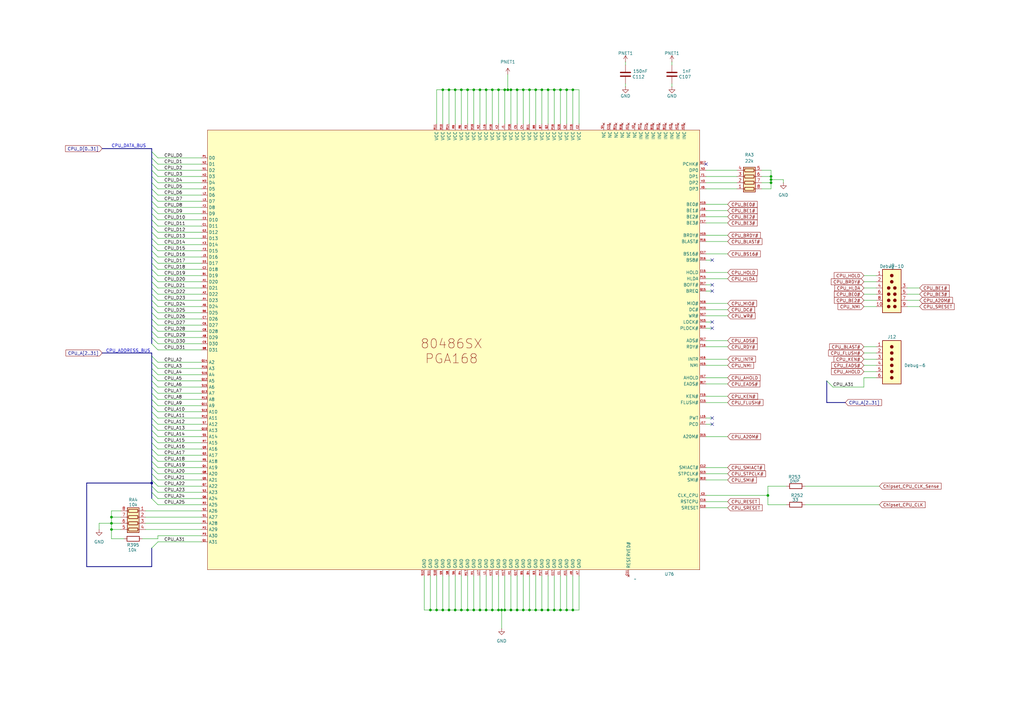
<source format=kicad_sch>
(kicad_sch (version 20250114) (generator "eeschema") (generator_version "9.0")
  (paper "A3")
  (title_block (title "PC110") (company "Recreated by: Ahmad Byagowi"))
  (lib_symbols
    (symbol "Device:C" (pin_numbers (hide yes)) (pin_names (offset 0.254))
      (property "Reference" "C" (at 0.635 2.54 0))
      (property "Value" "C" (at 0.635 -2.54 0))
      (symbol "C_0_1"
        (polyline (pts (xy -2.032 0.762) (xy 2.032 0.762)) (stroke (width 0.508)))
        (polyline (pts (xy -2.032 -0.762) (xy 2.032 -0.762)) (stroke (width 0.508)))
      )
      (symbol "C_1_1"
        (pin passive line (at 0 3.81 270) (length 2.794) (name "~") (number "1"))
        (pin passive line (at 0 -3.81 90) (length 2.794) (name "~") (number "2"))
      )
    )
    (symbol "Device:R" (pin_numbers (hide yes)) (pin_names (offset 0))
      (property "Reference" "R" (at 2.032 0 90))
      (property "Value" "R" (at 0 0 90))
      (symbol "R_0_1"
        (rectangle (start -1.016 -2.54) (end 1.016 2.54) (stroke (width 0.254)))
      )
      (symbol "R_1_1"
        (pin passive line (at 0 3.81 270) (length 1.27) (name "~") (number "1"))
        (pin passive line (at 0 -3.81 90) (length 1.27) (name "~") (number "2"))
      )
    )
    (symbol "Device:R_Pack04" (pin_names (offset 0) (hide yes))
      (property "Reference" "RN" (at -7.62 0 90))
      (property "Value" "R_Pack04" (at 5.08 0 90))
      (symbol "R_Pack04_0_1"
        (rectangle (start -6.35 -2.413) (end 3.81 2.413) (stroke (width 0.254)) (fill (type background)))
        (rectangle (start -5.715 1.905) (end -4.445 -1.905) (stroke (width 0.254)))
        (polyline (pts (xy -5.08 1.905) (xy -5.08 2.54)))
        (polyline (pts (xy -5.08 -2.54) (xy -5.08 -1.905)))
        (rectangle (start -3.175 1.905) (end -1.905 -1.905) (stroke (width 0.254)))
        (polyline (pts (xy -2.54 1.905) (xy -2.54 2.54)))
        (polyline (pts (xy -2.54 -2.54) (xy -2.54 -1.905)))
        (rectangle (start -0.635 1.905) (end 0.635 -1.905) (stroke (width 0.254)))
        (polyline (pts (xy 0 1.905) (xy 0 2.54)))
        (polyline (pts (xy 0 -2.54) (xy 0 -1.905)))
        (rectangle (start 1.905 1.905) (end 3.175 -1.905) (stroke (width 0.254)))
        (polyline (pts (xy 2.54 1.905) (xy 2.54 2.54)))
        (polyline (pts (xy 2.54 -2.54) (xy 2.54 -1.905)))
      )
      (symbol "R_Pack04_1_1"
        (pin passive line (at -5.08 5.08 270) (length 2.54) (name "R1.2") (number "8"))
        (pin passive line (at -5.08 -5.08 90) (length 2.54) (name "R1.1") (number "1"))
        (pin passive line (at -2.54 5.08 270) (length 2.54) (name "R2.2") (number "7"))
        (pin passive line (at -2.54 -5.08 90) (length 2.54) (name "R2.1") (number "2"))
        (pin passive line (at 0 5.08 270) (length 2.54) (name "R3.2") (number "6"))
        (pin passive line (at 0 -5.08 90) (length 2.54) (name "R3.1") (number "3"))
        (pin passive line (at 2.54 5.08 270) (length 2.54) (name "R4.2") (number "5"))
        (pin passive line (at 2.54 -5.08 90) (length 2.54) (name "R4.1") (number "4"))
      )
    )
    (symbol "PC110:80486SX-PGA"
      (property "Reference" "U" (at 98.298 91.44 0))
      (symbol "80486SX-PGA_1_1"
        (rectangle (start -100.33 90.17) (end 101.6 -90.17) (fill (type color) (color 255 255 194 1)))
        (text "80486SX\nPGA168" (at -0.254 -0.508 0) (effects (font (size 3.81 3.81))))
        (pin bidirectional line (at -102.87 78.74 0) (length 2.54) (name "D0") (number "P1"))
        (pin bidirectional line (at -102.87 76.2 0) (length 2.54) (name "D1") (number "N2"))
        (pin bidirectional line (at -102.87 73.66 0) (length 2.54) (name "D2") (number "N1"))
        (pin bidirectional line (at -102.87 71.12 0) (length 2.54) (name "D3") (number "H2"))
        (pin bidirectional line (at -102.87 68.58 0) (length 2.54) (name "D4") (number "M3"))
        (pin bidirectional line (at -102.87 66.04 0) (length 2.54) (name "D5") (number "J2"))
        (pin bidirectional line (at -102.87 63.5 0) (length 2.54) (name "D6") (number "L2"))
        (pin bidirectional line (at -102.87 60.96 0) (length 2.54) (name "D7") (number "L3"))
        (pin bidirectional line (at -102.87 58.42 0) (length 2.54) (name "D8") (number "F2"))
        (pin bidirectional line (at -102.87 55.88 0) (length 2.54) (name "D9") (number "D1"))
        (pin bidirectional line (at -102.87 53.34 0) (length 2.54) (name "D10") (number "E3"))
        (pin bidirectional line (at -102.87 50.8 0) (length 2.54) (name "D11") (number "C1"))
        (pin bidirectional line (at -102.87 48.26 0) (length 2.54) (name "D12") (number "G3"))
        (pin bidirectional line (at -102.87 45.72 0) (length 2.54) (name "D13") (number "D2"))
        (pin bidirectional line (at -102.87 43.18 0) (length 2.54) (name "D14") (number "K3"))
        (pin bidirectional line (at -102.87 40.64 0) (length 2.54) (name "D15") (number "F3"))
        (pin bidirectional line (at -102.87 38.1 0) (length 2.54) (name "D16") (number "J3"))
        (pin bidirectional line (at -102.87 35.56 0) (length 2.54) (name "D17") (number "D3"))
        (pin bidirectional line (at -102.87 33.02 0) (length 2.54) (name "D18") (number "C2"))
        (pin bidirectional line (at -102.87 30.48 0) (length 2.54) (name "D19") (number "B1"))
        (pin bidirectional line (at -102.87 27.94 0) (length 2.54) (name "D20") (number "A1"))
        (pin bidirectional line (at -102.87 25.4 0) (length 2.54) (name "D21") (number "B2"))
        (pin bidirectional line (at -102.87 22.86 0) (length 2.54) (name "D22") (number "A2"))
        (pin bidirectional line (at -102.87 20.32 0) (length 2.54) (name "D23") (number "A4"))
        (pin bidirectional line (at -102.87 17.78 0) (length 2.54) (name "D24") (number "A6"))
        (pin bidirectional line (at -102.87 15.24 0) (length 2.54) (name "D25") (number "B6"))
        (pin bidirectional line (at -102.87 12.7 0) (length 2.54) (name "D26") (number "C7"))
        (pin bidirectional line (at -102.87 10.16 0) (length 2.54) (name "D27") (number "C6"))
        (pin bidirectional line (at -102.87 7.62 0) (length 2.54) (name "D28") (number "C8"))
        (pin bidirectional line (at -102.87 5.08 0) (length 2.54) (name "D29") (number "A8"))
        (pin bidirectional line (at -102.87 2.54 0) (length 2.54) (name "D30") (number "C9"))
        (pin bidirectional line (at -102.87 0 0) (length 2.54) (name "D31") (number "B8"))
        (pin bidirectional line (at -102.87 -5.08 0) (length 2.54) (name "A2") (number "Q14"))
        (pin bidirectional line (at -102.87 -7.62 0) (length 2.54) (name "A3") (number "R15"))
        (pin bidirectional line (at -102.87 -10.16 0) (length 2.54) (name "A4") (number "S16"))
        (pin bidirectional line (at -102.87 -12.7 0) (length 2.54) (name "A5") (number "Q12"))
        (pin bidirectional line (at -102.87 -15.24 0) (length 2.54) (name "A6") (number "S15"))
        (pin bidirectional line (at -102.87 -17.78 0) (length 2.54) (name "A7") (number "Q13"))
        (pin bidirectional line (at -102.87 -20.32 0) (length 2.54) (name "A8") (number "R13"))
        (pin bidirectional line (at -102.87 -22.86 0) (length 2.54) (name "A9") (number "Q11"))
        (pin bidirectional line (at -102.87 -25.4 0) (length 2.54) (name "A10") (number "S13"))
        (pin bidirectional line (at -102.87 -27.94 0) (length 2.54) (name "A11") (number "R12"))
        (pin bidirectional line (at -102.87 -30.48 0) (length 2.54) (name "A12") (number "S7"))
        (pin bidirectional line (at -102.87 -33.02 0) (length 2.54) (name "A13") (number "Q10"))
        (pin bidirectional line (at -102.87 -35.56 0) (length 2.54) (name "A14") (number "S5"))
        (pin bidirectional line (at -102.87 -38.1 0) (length 2.54) (name "A15") (number "R7"))
        (pin bidirectional line (at -102.87 -40.64 0) (length 2.54) (name "A16") (number "Q9"))
        (pin bidirectional line (at -102.87 -43.18 0) (length 2.54) (name "A17") (number "Q3"))
        (pin bidirectional line (at -102.87 -45.72 0) (length 2.54) (name "A18") (number "R5"))
        (pin bidirectional line (at -102.87 -48.26 0) (length 2.54) (name "A19") (number "Q4"))
        (pin bidirectional line (at -102.87 -50.8 0) (length 2.54) (name "A20") (number "Q8"))
        (pin bidirectional line (at -102.87 -53.34 0) (length 2.54) (name "A21") (number "Q5"))
        (pin bidirectional line (at -102.87 -55.88 0) (length 2.54) (name "A22") (number "Q7"))
        (pin bidirectional line (at -102.87 -58.42 0) (length 2.54) (name "A23") (number "S3"))
        (pin bidirectional line (at -102.87 -60.96 0) (length 2.54) (name "A24") (number "Q6"))
        (pin bidirectional line (at -102.87 -63.5 0) (length 2.54) (name "A25") (number "R2"))
        (pin bidirectional line (at -102.87 -66.04 0) (length 2.54) (name "A26") (number "S2"))
        (pin bidirectional line (at -102.87 -68.58 0) (length 2.54) (name "A27") (number "S1"))
        (pin bidirectional line (at -102.87 -71.12 0) (length 2.54) (name "A28") (number "R1"))
        (pin bidirectional line (at -102.87 -73.66 0) (length 2.54) (name "A29") (number "P2"))
        (pin bidirectional line (at -102.87 -76.2 0) (length 2.54) (name "A30") (number "P3"))
        (pin bidirectional line (at -102.87 -78.74 0) (length 2.54) (name "A31") (number "Q1"))
        (pin power_in line (at -11.43 -92.71 90) (length 2.54) (name "GND") (number "S12"))
        (pin power_in line (at -8.89 -92.71 90) (length 2.54) (name "GND") (number "S11"))
        (pin power_in line (at -6.35 92.71 270) (length 2.54) (name "VCC") (number "R11"))
        (pin power_in line (at -6.35 -92.71 90) (length 2.54) (name "GND") (number "S10"))
        (pin power_in line (at -3.81 92.71 270) (length 2.54) (name "VCC") (number "R10"))
        (pin power_in line (at -3.81 -92.71 90) (length 2.54) (name "GND") (number "S9"))
        (pin power_in line (at -1.27 92.71 270) (length 2.54) (name "VCC") (number "R14"))
        (pin power_in line (at -1.27 -92.71 90) (length 2.54) (name "GND") (number "S8"))
        (pin power_in line (at 1.27 92.71 270) (length 2.54) (name "VCC") (number "R9"))
        (pin power_in line (at 1.27 -92.71 90) (length 2.54) (name "GND") (number "S6"))
        (pin power_in line (at 3.81 92.71 270) (length 2.54) (name "VCC") (number "R6"))
        (pin power_in line (at 3.81 -92.71 90) (length 2.54) (name "GND") (number "R4"))
        (pin power_in line (at 6.35 92.71 270) (length 2.54) (name "VCC") (number "R3"))
        (pin power_in line (at 6.35 -92.71 90) (length 2.54) (name "GND") (number "M17"))
        (pin power_in line (at 8.89 92.71 270) (length 2.54) (name "VCC") (number "M16"))
        (pin power_in line (at 8.89 -92.71 90) (length 2.54) (name "GND") (number "M1"))
        (pin power_in line (at 11.43 92.71 270) (length 2.54) (name "VCC") (number "M2"))
        (pin power_in line (at 11.43 -92.71 90) (length 2.54) (name "GND") (number "L17"))
        (pin power_in line (at 13.97 92.71 270) (length 2.54) (name "VCC") (number "L16"))
        (pin power_in line (at 13.97 -92.71 90) (length 2.54) (name "GND") (number "L1"))
        (pin power_in line (at 16.51 92.71 270) (length 2.54) (name "VCC") (number "K16"))
        (pin power_in line (at 16.51 -92.71 90) (length 2.54) (name "GND") (number "K17"))
        (pin power_in line (at 19.05 92.71 270) (length 2.54) (name "VCC") (number "K2"))
        (pin power_in line (at 19.05 -92.71 90) (length 2.54) (name "GND") (number "K1"))
        (pin power_in line (at 21.59 92.71 270) (length 2.54) (name "VCC") (number "J1"))
        (pin power_in line (at 21.59 -92.71 90) (length 2.54) (name "GND") (number "H17"))
        (pin power_in line (at 24.13 92.71 270) (length 2.54) (name "VCC") (number "H16"))
        (pin power_in line (at 24.13 -92.71 90) (length 2.54) (name "GND") (number "H1"))
        (pin power_in line (at 26.67 92.71 270) (length 2.54) (name "VCC") (number "C5"))
        (pin power_in line (at 26.67 -92.71 90) (length 2.54) (name "GND") (number "G17"))
        (pin power_in line (at 29.21 92.71 270) (length 2.54) (name "VCC") (number "C4"))
        (pin power_in line (at 29.21 -92.71 90) (length 2.54) (name "GND") (number "B5"))
        (pin power_in line (at 31.75 92.71 270) (length 2.54) (name "VCC") (number "B11"))
        (pin power_in line (at 31.75 -92.71 90) (length 2.54) (name "GND") (number "B4"))
        (pin power_in line (at 34.29 92.71 270) (length 2.54) (name "VCC") (number "B9"))
        (pin power_in line (at 34.29 -92.71 90) (length 2.54) (name "GND") (number "B3"))
        (pin power_in line (at 36.83 92.71 270) (length 2.54) (name "VCC") (number "B7"))
        (pin power_in line (at 36.83 -92.71 90) (length 2.54) (name "GND") (number "P17"))
        (pin power_in line (at 39.37 92.71 270) (length 2.54) (name "VCC") (number "Q2"))
        (pin power_in line (at 39.37 -92.71 90) (length 2.54) (name "GND") (number "G1"))
        (pin power_in line (at 41.91 92.71 270) (length 2.54) (name "VCC") (number "P16"))
        (pin power_in line (at 41.91 -92.71 90) (length 2.54) (name "GND") (number "E17"))
        (pin power_in line (at 44.45 92.71 270) (length 2.54) (name "VCC") (number "G16"))
        (pin power_in line (at 44.45 -92.71 90) (length 2.54) (name "GND") (number "E1"))
        (pin power_in line (at 46.99 92.71 270) (length 2.54) (name "VCC") (number "G2"))
        (pin power_in line (at 46.99 -92.71 90) (length 2.54) (name "GND") (number "A11"))
        (pin power_in line (at 49.53 92.71 270) (length 2.54) (name "VCC") (number "E16"))
        (pin power_in line (at 49.53 -92.71 90) (length 2.54) (name "GND") (number "A9"))
        (pin power_in line (at 52.07 92.71 270) (length 2.54) (name "VCC") (number "E2"))
        (pin power_in line (at 52.07 -92.71 90) (length 2.54) (name "GND") (number "A7"))
        (pin no_connect line (at 62.23 92.71 270) (length 2.54) (name "NC") (number "S4"))
        (pin no_connect line (at 64.77 92.71 270) (length 2.54) (name "NC") (number "C13"))
        (pin no_connect line (at 67.31 92.71 270) (length 2.54) (name "NC") (number "B14"))
        (pin no_connect line (at 69.85 92.71 270) (length 2.54) (name "NC") (number "B16"))
        (pin no_connect line (at 72.39 92.71 270) (length 2.54) (name "NC") (number "A14"))
        (pin no_connect line (at 72.39 -92.71 90) (length 2.54) (name "RESERVED#") (number "C11"))
        (pin no_connect line (at 74.93 92.71 270) (length 2.54) (name "NC") (number "A3"))
        (pin no_connect line (at 77.47 92.71 270) (length 2.54) (name "INC") (number "R17"))
        (pin no_connect line (at 80.01 92.71 270) (length 2.54) (name "INC") (number "C14"))
        (pin no_connect line (at 82.55 92.71 270) (length 2.54) (name "INC") (number "B15"))
        (pin no_connect line (at 85.09 92.71 270) (length 2.54) (name "INC") (number "B13"))
        (pin no_connect line (at 87.63 92.71 270) (length 2.54) (name "INC") (number "B12"))
        (pin no_connect line (at 90.17 92.71 270) (length 2.54) (name "INC") (number "A13"))
        (pin no_connect line (at 92.71 92.71 270) (length 2.54) (name "INC") (number "A12"))
        (pin no_connect line (at 95.25 92.71 270) (length 2.54) (name "INC") (number "A10"))
        (pin output line (at 104.14 76.2 180) (length 2.54) (name "PCHK#") (number "Q17"))
        (pin bidirectional line (at 104.14 73.66 180) (length 2.54) (name "DP0") (number "N3"))
        (pin bidirectional line (at 104.14 71.12 180) (length 2.54) (name "DP1") (number "F1"))
        (pin bidirectional line (at 104.14 68.58 180) (length 2.54) (name "DP2") (number "H3"))
        (pin bidirectional line (at 104.14 66.04 180) (length 2.54) (name "DP3") (number "A5"))
        (pin output line (at 104.14 59.69 180) (length 2.54) (name "BE0#") (number "K15"))
        (pin output line (at 104.14 57.15 180) (length 2.54) (name "BE1#") (number "J16"))
        (pin output line (at 104.14 54.61 180) (length 2.54) (name "BE2#") (number "J15"))
        (pin output line (at 104.14 52.07 180) (length 2.54) (name "BE3#") (number "F17"))
        (pin input line (at 104.14 46.99 180) (length 2.54) (name "BRDY#") (number "H15"))
        (pin output line (at 104.14 44.45 180) (length 2.54) (name "BLAST#") (number "R16"))
        (pin input line (at 104.14 39.37 180) (length 2.54) (name "BS16#") (number "C17"))
        (pin input line (at 104.14 36.83 180) (length 2.54) (name "BS8#") (number "D16"))
        (pin input line (at 104.14 31.75 180) (length 2.54) (name "HOLD") (number "E15"))
        (pin output line (at 104.14 29.21 180) (length 2.54) (name "HLDA") (number "P15"))
        (pin input line (at 104.14 26.67 180) (length 2.54) (name "BOFF#") (number "D17"))
        (pin output line (at 104.14 24.13 180) (length 2.54) (name "BREQ") (number "Q15"))
        (pin output line (at 104.14 19.05 180) (length 2.54) (name "MIO#") (number "N16"))
        (pin output line (at 104.14 16.51 180) (length 2.54) (name "DC#") (number "M15"))
        (pin output line (at 104.14 13.97 180) (length 2.54) (name "WR#") (number "N17"))
        (pin output line (at 104.14 11.43 180) (length 2.54) (name "LOCK#") (number "N15"))
        (pin output line (at 104.14 8.89 180) (length 2.54) (name "PLOCK#") (number "Q16"))
        (pin output line (at 104.14 3.81 180) (length 2.54) (name "ADS#") (number "S17"))
        (pin input line (at 104.14 1.27 180) (length 2.54) (name "RDY#") (number "F16"))
        (pin input line (at 104.14 -3.81 180) (length 2.54) (name "INTR") (number "A16"))
        (pin input line (at 104.14 -6.35 180) (length 2.54) (name "NMI") (number "A15"))
        (pin input line (at 104.14 -11.43 180) (length 2.54) (name "AHOLD") (number "A17"))
        (pin input line (at 104.14 -13.97 180) (length 2.54) (name "EADS#") (number "B17"))
        (pin input line (at 104.14 -19.05 180) (length 2.54) (name "KEN#") (number "F15"))
        (pin input line (at 104.14 -21.59 180) (length 2.54) (name "FLUSH#") (number "C15"))
        (pin output line (at 104.14 -27.94 180) (length 2.54) (name "PWT") (number "L15"))
        (pin output line (at 104.14 -30.48 180) (length 2.54) (name "PCD") (number "J17"))
        (pin input line (at 104.14 -35.56 180) (length 2.54) (name "A20M#") (number "D15"))
        (pin output line (at 104.14 -48.26 180) (length 2.54) (name "SMIACT#") (number "C12"))
        (pin input line (at 104.14 -50.8 180) (length 2.54) (name "STPCLK#") (number "G15"))
        (pin input line (at 104.14 -53.34 180) (length 2.54) (name "SMI#") (number "B10"))
        (pin input line (at 104.14 -59.69 180) (length 2.54) (name "CLK_CPU") (number "C3"))
        (pin input line (at 104.14 -62.23 180) (length 2.54) (name "RSTCPU") (number "C16"))
        (pin input line (at 104.14 -64.77 180) (length 2.54) (name "SRESET") (number "C10"))
      )
    )
    (symbol "PC110:CPU_Debug10"
      (property "Reference" "J" (at -1.778 9.906 0))
      (symbol "CPU_Debug10_1_1"
        (rectangle (start -3.81 8.89) (end 3.81 -8.89) (stroke (width 0.254)) (fill (type background)))
        (circle (center -1.27 1.27) (radius 0.635) (fill (type outline)))
        (circle (center -1.27 -1.27) (radius 0.635) (fill (type outline)))
        (circle (center -1.27 -3.81) (radius 0.635) (fill (type outline)))
        (circle (center -1.27 -6.35) (radius 0.635) (fill (type outline)))
        (circle (center 0 6.35) (radius 0.635) (fill (type outline)))
        (circle (center 0 3.81) (radius 0.635) (fill (type outline)))
        (circle (center 1.27 1.27) (radius 0.635) (fill (type outline)))
        (circle (center 1.27 -1.27) (radius 0.635) (fill (type outline)))
        (circle (center 1.27 -3.81) (radius 0.635) (fill (type outline)))
        (circle (center 1.27 -6.35) (radius 0.635) (fill (type outline)))
        (pin passive line (at -6.35 6.35 0) (length 2.54) (name "~") (number "1"))
        (pin passive line (at -6.35 3.81 0) (length 2.54) (name "~") (number "2"))
        (pin passive line (at -6.35 1.27 0) (length 2.54) (name "~") (number "4"))
        (pin passive line (at -6.35 -1.27 0) (length 2.54) (name "~") (number "6"))
        (pin passive line (at -6.35 -3.81 0) (length 2.54) (name "~") (number "8"))
        (pin passive line (at -6.35 -6.35 0) (length 2.54) (name "~") (number "10"))
        (pin passive line (at 6.35 1.27 180) (length 2.54) (name "~") (number "3"))
        (pin passive line (at 6.35 -1.27 180) (length 2.54) (name "~") (number "5"))
        (pin passive line (at 6.35 -3.81 180) (length 2.54) (name "~") (number "7"))
        (pin passive line (at 6.35 -6.35 180) (length 2.54) (name "~") (number "9"))
      )
    )
    (symbol "PC110:CPU_Debug6"
      (property "Reference" "J" (at -1.016 10.414 0))
      (symbol "CPU_Debug6_1_1"
        (rectangle (start -3.81 8.89) (end 3.81 -8.89) (stroke (width 0.254)) (fill (type background)))
        (circle (center 0 6.35) (radius 0.635) (fill (type outline)))
        (circle (center 0 3.81) (radius 0.635) (fill (type outline)))
        (circle (center 0 1.27) (radius 0.635) (fill (type outline)))
        (circle (center 0 -1.27) (radius 0.635) (fill (type outline)))
        (circle (center 0 -3.81) (radius 0.635) (fill (type outline)))
        (circle (center 0 -6.35) (radius 0.635) (fill (type outline)))
        (pin passive line (at -6.35 6.35 0) (length 2.54) (name "~") (number "1"))
        (pin passive line (at -6.35 3.81 0) (length 2.54) (name "~") (number "2"))
        (pin passive line (at -6.35 1.27 0) (length 2.54) (name "~") (number "3"))
        (pin passive line (at -6.35 -1.27 0) (length 2.54) (name "~") (number "4"))
        (pin passive line (at -6.35 -3.81 0) (length 2.54) (name "~") (number "5"))
        (pin passive line (at -6.35 -6.35 0) (length 2.54) (name "~") (number "6"))
      )
    )
    (symbol "power:GND" (power) (pin_numbers (hide yes)) (pin_names (offset 0) (hide yes))
      (property "Value" "GND" (at 0 -3.81 0))
      (symbol "GND_0_1"
        (polyline (pts (xy 0 0) (xy 0 -1.27) (xy 1.27 -1.27) (xy 0 -2.54) (xy -1.27 -1.27) (xy 0 -1.27)))
      )
      (symbol "GND_1_1"
        (pin power_in line (at 0 0 270) (length 0) (name "~") (number "1"))
      )
    )
    (symbol "power:VCC" (power) (pin_numbers (hide yes)) (pin_names (offset 0) (hide yes))
      (property "Value" "VCC" (at 0 3.556 0))
      (symbol "VCC_0_1"
        (polyline (pts (xy -0.762 1.27) (xy 0 2.54)))
        (polyline (pts (xy 0 2.54) (xy 0.762 1.27)))
        (polyline (pts (xy 0 0) (xy 0 2.54)))
      )
      (symbol "VCC_1_1"
        (pin power_in line (at 0 0 90) (length 0) (name "~") (number "1"))
      )
    )
  )
  (text "CPU_ADDRESS_BUS" (at 52.578 144.018 0) (effects (font (size 1.27 1.27))))
  (text "CPU_DATA_BUS" (at 52.832 59.944 0) (effects (font (size 1.27 1.27))))
  (junction (at 316.23 74.93))
  (junction (at 207.01 36.83))
  (junction (at 208.28 36.83))
  (junction (at 62.23 198.12))
  (junction (at 199.39 36.83))
  (junction (at 209.55 36.83))
  (junction (at 45.72 217.17))
  (junction (at 209.55 250.19))
  (junction (at 316.23 73.66))
  (junction (at 316.23 72.39))
  (junction (at 214.63 36.83))
  (junction (at 212.09 36.83))
  (junction (at 191.77 250.19))
  (junction (at 205.74 250.19))
  (junction (at 222.25 250.19))
  (junction (at 229.87 36.83))
  (junction (at 189.23 36.83))
  (junction (at 232.41 36.83))
  (junction (at 227.33 36.83))
  (junction (at 176.53 250.19))
  (junction (at 229.87 250.19))
  (junction (at 186.69 36.83))
  (junction (at 222.25 36.83))
  (junction (at 181.61 250.19))
  (junction (at 181.61 36.83))
  (junction (at 199.39 250.19))
  (junction (at 224.79 250.19))
  (junction (at 204.47 36.83))
  (junction (at 45.72 214.63))
  (junction (at 314.96 203.2))
  (junction (at 217.17 36.83))
  (junction (at 196.85 36.83))
  (junction (at 207.01 250.19))
  (junction (at 224.79 36.83))
  (junction (at 194.31 36.83))
  (junction (at 45.72 212.09))
  (junction (at 201.93 36.83))
  (junction (at 227.33 250.19))
  (junction (at 212.09 250.19))
  (junction (at 219.71 36.83))
  (junction (at 219.71 250.19))
  (junction (at 201.93 250.19))
  (junction (at 214.63 250.19))
  (junction (at 191.77 36.83))
  (junction (at 194.31 250.19))
  (junction (at 184.15 250.19))
  (junction (at 179.07 250.19))
  (junction (at 204.47 250.19))
  (junction (at 234.95 250.19))
  (junction (at 196.85 250.19))
  (junction (at 234.95 36.83))
  (junction (at 189.23 250.19))
  (junction (at 232.41 250.19))
  (junction (at 217.17 250.19))
  (junction (at 186.69 250.19))
  (junction (at 184.15 36.83))
  (no_connect (at 289.56 67.31))
  (no_connect (at 292.1 134.62))
  (no_connect (at 292.1 106.68))
  (no_connect (at 292.1 116.84))
  (no_connect (at 292.1 119.38))
  (no_connect (at 292.1 132.08))
  (no_connect (at 292.1 173.99))
  (no_connect (at 292.1 171.45))
  (bus_entry (at 62.23 97.79) (size 2.54 2.54))
  (bus_entry (at 62.23 186.69) (size 2.54 2.54))
  (bus_entry (at 62.23 82.55) (size 2.54 2.54))
  (bus_entry (at 62.23 77.47) (size 2.54 2.54))
  (bus_entry (at 62.23 194.31) (size 2.54 2.54))
  (bus_entry (at 62.23 95.25) (size 2.54 2.54))
  (bus_entry (at 62.23 90.17) (size 2.54 2.54))
  (bus_entry (at 62.23 125.73) (size 2.54 2.54))
  (bus_entry (at 62.23 173.99) (size 2.54 2.54))
  (bus_entry (at 62.23 176.53) (size 2.54 2.54))
  (bus_entry (at 62.23 87.63) (size 2.54 2.54))
  (bus_entry (at 62.23 204.47) (size 2.54 2.54))
  (bus_entry (at 62.23 107.95) (size 2.54 2.54))
  (bus_entry (at 62.23 92.71) (size 2.54 2.54))
  (bus_entry (at 62.23 148.59) (size 2.54 2.54))
  (bus_entry (at 62.23 80.01) (size 2.54 2.54))
  (bus_entry (at 62.23 123.19) (size 2.54 2.54))
  (bus_entry (at 62.23 69.85) (size 2.54 2.54))
  (bus_entry (at 62.23 115.57) (size 2.54 2.54))
  (bus_entry (at 62.23 102.87) (size 2.54 2.54))
  (bus_entry (at 62.23 153.67) (size 2.54 2.54))
  (bus_entry (at 62.23 196.85) (size 2.54 2.54))
  (bus_entry (at 62.23 105.41) (size 2.54 2.54))
  (bus_entry (at 62.23 168.91) (size 2.54 2.54))
  (bus_entry (at 62.23 100.33) (size 2.54 2.54))
  (bus_entry (at 62.23 199.39) (size 2.54 2.54))
  (bus_entry (at 62.23 120.65) (size 2.54 2.54))
  (bus_entry (at 62.23 67.31) (size 2.54 2.54))
  (bus_entry (at 62.23 74.93) (size 2.54 2.54))
  (bus_entry (at 62.23 62.23) (size 2.54 2.54))
  (bus_entry (at 62.23 133.35) (size 2.54 2.54))
  (bus_entry (at 62.23 128.27) (size 2.54 2.54))
  (bus_entry (at 339.09 156.21) (size 2.54 2.54))
  (bus_entry (at 62.23 163.83) (size 2.54 2.54))
  (bus_entry (at 62.23 156.21) (size 2.54 2.54))
  (bus_entry (at 62.23 85.09) (size 2.54 2.54))
  (bus_entry (at 62.23 189.23) (size 2.54 2.54))
  (bus_entry (at 62.23 113.03) (size 2.54 2.54))
  (bus_entry (at 62.23 181.61) (size 2.54 2.54))
  (bus_entry (at 62.23 161.29) (size 2.54 2.54))
  (bus_entry (at 62.23 191.77) (size 2.54 2.54))
  (bus_entry (at 62.23 135.89) (size 2.54 2.54))
  (bus_entry (at 62.23 171.45) (size 2.54 2.54))
  (bus_entry (at 62.23 166.37) (size 2.54 2.54))
  (bus_entry (at 62.23 201.93) (size 2.54 2.54))
  (bus_entry (at 62.23 138.43) (size 2.54 2.54))
  (bus_entry (at 62.23 146.05) (size 2.54 2.54))
  (bus_entry (at 62.23 72.39) (size 2.54 2.54))
  (bus_entry (at 62.23 151.13) (size 2.54 2.54))
  (bus_entry (at 62.23 184.15) (size 2.54 2.54))
  (bus_entry (at 62.23 130.81) (size 2.54 2.54))
  (bus_entry (at 62.23 224.79) (size 2.54 -2.54))
  (bus_entry (at 62.23 158.75) (size 2.54 2.54))
  (bus_entry (at 62.23 110.49) (size 2.54 2.54))
  (bus_entry (at 62.23 118.11) (size 2.54 2.54))
  (bus_entry (at 62.23 140.97) (size 2.54 2.54))
  (bus_entry (at 62.23 179.07) (size 2.54 2.54))
  (bus_entry (at 62.23 64.77) (size 2.54 2.54))
  (bus (pts (xy 62.23 102.87) (xy 62.23 100.33)))
  (wire (pts (xy 212.09 36.83) (xy 214.63 36.83)))
  (bus (pts (xy 62.23 171.45) (xy 62.23 168.91)))
  (wire (pts (xy 64.77 140.97) (xy 82.55 140.97)))
  (wire (pts (xy 64.77 72.39) (xy 82.55 72.39)))
  (wire (pts (xy 64.77 97.79) (xy 82.55 97.79)))
  (wire (pts (xy 289.56 191.77) (xy 298.45 191.77)))
  (wire (pts (xy 234.95 36.83) (xy 237.49 36.83)))
  (wire (pts (xy 212.09 250.19) (xy 214.63 250.19)))
  (wire (pts (xy 191.77 250.19) (xy 191.77 236.22)))
  (wire (pts (xy 289.56 149.86) (xy 298.45 149.86)))
  (bus (pts (xy 62.23 184.15) (xy 62.23 181.61)))
  (wire (pts (xy 199.39 250.19) (xy 199.39 236.22)))
  (wire (pts (xy 181.61 36.83) (xy 181.61 50.8)))
  (wire (pts (xy 64.77 74.93) (xy 82.55 74.93)))
  (bus (pts (xy 62.23 72.39) (xy 62.23 69.85)))
  (wire (pts (xy 224.79 250.19) (xy 227.33 250.19)))
  (wire (pts (xy 64.77 113.03) (xy 82.55 113.03)))
  (bus (pts (xy 62.23 113.03) (xy 62.23 110.49)))
  (wire (pts (xy 289.56 69.85) (xy 302.26 69.85)))
  (wire (pts (xy 341.63 158.75) (xy 354.33 158.75)))
  (wire (pts (xy 64.77 166.37) (xy 82.55 166.37)))
  (wire (pts (xy 227.33 250.19) (xy 229.87 250.19)))
  (wire (pts (xy 289.56 83.82) (xy 298.45 83.82)))
  (wire (pts (xy 50.8 220.98) (xy 45.72 220.98)))
  (wire (pts (xy 289.56 127) (xy 298.45 127)))
  (wire (pts (xy 176.53 250.19) (xy 176.53 236.22)))
  (wire (pts (xy 194.31 36.83) (xy 194.31 50.8)))
  (wire (pts (xy 289.56 96.52) (xy 298.45 96.52)))
  (wire (pts (xy 196.85 36.83) (xy 194.31 36.83)))
  (bus (pts (xy 62.23 82.55) (xy 62.23 80.01)))
  (wire (pts (xy 232.41 250.19) (xy 234.95 250.19)))
  (wire (pts (xy 354.33 123.19) (xy 359.41 123.19)))
  (wire (pts (xy 219.71 36.83) (xy 222.25 36.83)))
  (bus (pts (xy 62.23 110.49) (xy 62.23 107.95)))
  (wire (pts (xy 64.77 158.75) (xy 82.55 158.75)))
  (wire (pts (xy 275.59 35.56) (xy 275.59 34.29)))
  (wire (pts (xy 372.11 118.11) (xy 377.19 118.11)))
  (wire (pts (xy 316.23 69.85) (xy 312.42 69.85)))
  (wire (pts (xy 179.07 250.19) (xy 176.53 250.19)))
  (bus (pts (xy 62.23 125.73) (xy 62.23 123.19)))
  (bus (pts (xy 62.23 168.91) (xy 62.23 166.37)))
  (bus (pts (xy 62.23 196.85) (xy 62.23 194.31)))
  (wire (pts (xy 64.77 105.41) (xy 82.55 105.41)))
  (wire (pts (xy 289.56 129.54) (xy 298.45 129.54)))
  (bus (pts (xy 62.23 95.25) (xy 62.23 92.71)))
  (wire (pts (xy 237.49 36.83) (xy 237.49 50.8)))
  (wire (pts (xy 234.95 250.19) (xy 237.49 250.19)))
  (wire (pts (xy 207.01 250.19) (xy 209.55 250.19)))
  (wire (pts (xy 256.54 25.4) (xy 256.54 26.67)))
  (wire (pts (xy 64.77 95.25) (xy 82.55 95.25)))
  (bus (pts (xy 62.23 181.61) (xy 62.23 179.07)))
  (bus (pts (xy 41.91 60.96) (xy 62.23 60.96)))
  (wire (pts (xy 354.33 113.03) (xy 359.41 113.03)))
  (wire (pts (xy 312.42 77.47) (xy 316.23 77.47)))
  (wire (pts (xy 64.77 115.57) (xy 82.55 115.57)))
  (wire (pts (xy 58.42 220.98) (xy 64.77 220.98)))
  (wire (pts (xy 49.53 217.17) (xy 45.72 217.17)))
  (wire (pts (xy 354.33 142.24) (xy 359.41 142.24)))
  (wire (pts (xy 222.25 250.19) (xy 222.25 236.22)))
  (bus (pts (xy 62.23 189.23) (xy 62.23 186.69)))
  (wire (pts (xy 189.23 236.22) (xy 189.23 250.19)))
  (bus (pts (xy 62.23 69.85) (xy 62.23 67.31)))
  (wire (pts (xy 234.95 250.19) (xy 234.95 236.22)))
  (wire (pts (xy 186.69 50.8) (xy 186.69 36.83)))
  (wire (pts (xy 64.77 85.09) (xy 82.55 85.09)))
  (bus (pts (xy 62.23 151.13) (xy 62.23 148.59)))
  (wire (pts (xy 176.53 250.19) (xy 173.99 250.19)))
  (wire (pts (xy 354.33 154.94) (xy 359.41 154.94)))
  (wire (pts (xy 289.56 208.28) (xy 298.45 208.28)))
  (wire (pts (xy 64.77 173.99) (xy 82.55 173.99)))
  (bus (pts (xy 62.23 67.31) (xy 62.23 64.77)))
  (wire (pts (xy 217.17 36.83) (xy 217.17 50.8)))
  (wire (pts (xy 64.77 181.61) (xy 82.55 181.61)))
  (wire (pts (xy 64.77 107.95) (xy 82.55 107.95)))
  (wire (pts (xy 189.23 250.19) (xy 186.69 250.19)))
  (bus (pts (xy 35.56 198.12) (xy 62.23 198.12)))
  (bus (pts (xy 62.23 135.89) (xy 62.23 133.35)))
  (bus (pts (xy 62.23 204.47) (xy 62.23 201.93)))
  (wire (pts (xy 316.23 72.39) (xy 316.23 69.85)))
  (bus (pts (xy 62.23 128.27) (xy 62.23 125.73)))
  (wire (pts (xy 179.07 36.83) (xy 181.61 36.83)))
  (wire (pts (xy 289.56 106.68) (xy 292.1 106.68)))
  (wire (pts (xy 64.77 64.77) (xy 82.55 64.77)))
  (wire (pts (xy 184.15 36.83) (xy 186.69 36.83)))
  (wire (pts (xy 224.79 36.83) (xy 227.33 36.83)))
  (wire (pts (xy 64.77 92.71) (xy 82.55 92.71)))
  (wire (pts (xy 64.77 69.85) (xy 82.55 69.85)))
  (wire (pts (xy 45.72 212.09) (xy 45.72 209.55)))
  (wire (pts (xy 289.56 134.62) (xy 292.1 134.62)))
  (wire (pts (xy 64.77 171.45) (xy 82.55 171.45)))
  (wire (pts (xy 201.93 36.83) (xy 201.93 50.8)))
  (wire (pts (xy 64.77 100.33) (xy 82.55 100.33)))
  (wire (pts (xy 289.56 171.45) (xy 292.1 171.45)))
  (wire (pts (xy 219.71 250.19) (xy 219.71 236.22)))
  (wire (pts (xy 189.23 250.19) (xy 191.77 250.19)))
  (wire (pts (xy 184.15 36.83) (xy 181.61 36.83)))
  (wire (pts (xy 181.61 250.19) (xy 181.61 236.22)))
  (wire (pts (xy 64.77 133.35) (xy 82.55 133.35)))
  (wire (pts (xy 212.09 36.83) (xy 212.09 50.8)))
  (wire (pts (xy 289.56 203.2) (xy 314.96 203.2)))
  (wire (pts (xy 289.56 114.3) (xy 298.45 114.3)))
  (bus (pts (xy 62.23 118.11) (xy 62.23 115.57)))
  (wire (pts (xy 64.77 67.31) (xy 82.55 67.31)))
  (bus (pts (xy 62.23 138.43) (xy 62.23 135.89)))
  (wire (pts (xy 64.77 186.69) (xy 82.55 186.69)))
  (wire (pts (xy 289.56 77.47) (xy 302.26 77.47)))
  (bus (pts (xy 62.23 97.79) (xy 62.23 95.25)))
  (wire (pts (xy 212.09 236.22) (xy 212.09 250.19)))
  (wire (pts (xy 184.15 236.22) (xy 184.15 250.19)))
  (wire (pts (xy 289.56 88.9) (xy 298.45 88.9)))
  (wire (pts (xy 186.69 36.83) (xy 189.23 36.83)))
  (bus (pts (xy 62.23 133.35) (xy 62.23 130.81)))
  (wire (pts (xy 64.77 222.25) (xy 82.55 222.25)))
  (wire (pts (xy 372.11 123.19) (xy 377.19 123.19)))
  (wire (pts (xy 232.41 36.83) (xy 232.41 50.8)))
  (bus (pts (xy 62.23 74.93) (xy 62.23 72.39)))
  (wire (pts (xy 64.77 153.67) (xy 82.55 153.67)))
  (wire (pts (xy 179.07 36.83) (xy 179.07 50.8)))
  (wire (pts (xy 194.31 250.19) (xy 196.85 250.19)))
  (wire (pts (xy 64.77 128.27) (xy 82.55 128.27)))
  (wire (pts (xy 289.56 173.99) (xy 292.1 173.99)))
  (wire (pts (xy 64.77 87.63) (xy 82.55 87.63)))
  (wire (pts (xy 64.77 201.93) (xy 82.55 201.93)))
  (wire (pts (xy 229.87 250.19) (xy 229.87 236.22)))
  (bus (pts (xy 62.23 130.81) (xy 62.23 128.27)))
  (wire (pts (xy 224.79 250.19) (xy 224.79 236.22)))
  (wire (pts (xy 201.93 250.19) (xy 199.39 250.19)))
  (wire (pts (xy 312.42 74.93) (xy 316.23 74.93)))
  (wire (pts (xy 64.77 207.01) (xy 82.55 207.01)))
  (wire (pts (xy 214.63 250.19) (xy 217.17 250.19)))
  (wire (pts (xy 289.56 116.84) (xy 292.1 116.84)))
  (wire (pts (xy 209.55 36.83) (xy 212.09 36.83)))
  (wire (pts (xy 186.69 250.19) (xy 186.69 236.22)))
  (wire (pts (xy 40.64 214.63) (xy 45.72 214.63)))
  (bus (pts (xy 339.09 156.21) (xy 339.09 165.1)))
  (wire (pts (xy 354.33 158.75) (xy 354.33 154.94)))
  (wire (pts (xy 289.56 132.08) (xy 292.1 132.08)))
  (wire (pts (xy 217.17 236.22) (xy 217.17 250.19)))
  (wire (pts (xy 289.56 124.46) (xy 298.45 124.46)))
  (wire (pts (xy 64.77 90.17) (xy 82.55 90.17)))
  (wire (pts (xy 64.77 110.49) (xy 82.55 110.49)))
  (bus (pts (xy 62.23 92.71) (xy 62.23 90.17)))
  (wire (pts (xy 229.87 36.83) (xy 229.87 50.8)))
  (wire (pts (xy 222.25 36.83) (xy 224.79 36.83)))
  (wire (pts (xy 64.77 194.31) (xy 82.55 194.31)))
  (wire (pts (xy 189.23 36.83) (xy 189.23 50.8)))
  (bus (pts (xy 62.23 115.57) (xy 62.23 113.03)))
  (wire (pts (xy 330.2 207.01) (xy 360.68 207.01)))
  (wire (pts (xy 354.33 152.4) (xy 359.41 152.4)))
  (wire (pts (xy 64.77 118.11) (xy 82.55 118.11)))
  (wire (pts (xy 289.56 154.94) (xy 298.45 154.94)))
  (wire (pts (xy 64.77 135.89) (xy 82.55 135.89)))
  (wire (pts (xy 204.47 250.19) (xy 204.47 236.22)))
  (wire (pts (xy 199.39 36.83) (xy 196.85 36.83)))
  (wire (pts (xy 204.47 36.83) (xy 207.01 36.83)))
  (wire (pts (xy 64.77 123.19) (xy 82.55 123.19)))
  (wire (pts (xy 179.07 250.19) (xy 179.07 236.22)))
  (wire (pts (xy 316.23 73.66) (xy 316.23 72.39)))
  (bus (pts (xy 62.23 90.17) (xy 62.23 87.63)))
  (wire (pts (xy 64.77 189.23) (xy 82.55 189.23)))
  (wire (pts (xy 208.28 30.48) (xy 208.28 36.83)))
  (bus (pts (xy 62.23 123.19) (xy 62.23 120.65)))
  (bus (pts (xy 62.23 186.69) (xy 62.23 184.15)))
  (wire (pts (xy 64.77 148.59) (xy 82.55 148.59)))
  (bus (pts (xy 62.23 232.41) (xy 35.56 232.41)))
  (wire (pts (xy 191.77 50.8) (xy 191.77 36.83)))
  (wire (pts (xy 321.31 73.66) (xy 316.23 73.66)))
  (wire (pts (xy 229.87 250.19) (xy 232.41 250.19)))
  (bus (pts (xy 62.23 199.39) (xy 62.23 198.12)))
  (bus (pts (xy 339.09 165.1) (xy 346.71 165.1)))
  (bus (pts (xy 62.23 80.01) (xy 62.23 77.47)))
  (bus (pts (xy 62.23 166.37) (xy 62.23 163.83)))
  (bus (pts (xy 62.23 153.67) (xy 62.23 151.13)))
  (wire (pts (xy 354.33 118.11) (xy 359.41 118.11)))
  (wire (pts (xy 289.56 205.74) (xy 298.45 205.74)))
  (bus (pts (xy 62.23 176.53) (xy 62.23 173.99)))
  (bus (pts (xy 62.23 158.75) (xy 62.23 156.21)))
  (wire (pts (xy 49.53 214.63) (xy 45.72 214.63)))
  (wire (pts (xy 227.33 36.83) (xy 229.87 36.83)))
  (wire (pts (xy 354.33 120.65) (xy 359.41 120.65)))
  (wire (pts (xy 64.77 191.77) (xy 82.55 191.77)))
  (bus (pts (xy 62.23 173.99) (xy 62.23 171.45)))
  (wire (pts (xy 207.01 250.19) (xy 207.01 236.22)))
  (wire (pts (xy 209.55 36.83) (xy 209.55 50.8)))
  (wire (pts (xy 222.25 250.19) (xy 224.79 250.19)))
  (wire (pts (xy 275.59 25.4) (xy 275.59 26.67)))
  (wire (pts (xy 184.15 36.83) (xy 184.15 50.8)))
  (wire (pts (xy 229.87 36.83) (xy 232.41 36.83)))
  (bus (pts (xy 62.23 198.12) (xy 62.23 196.85)))
  (wire (pts (xy 64.77 196.85) (xy 82.55 196.85)))
  (bus (pts (xy 62.23 191.77) (xy 62.23 189.23)))
  (wire (pts (xy 214.63 36.83) (xy 217.17 36.83)))
  (wire (pts (xy 227.33 250.19) (xy 227.33 236.22)))
  (wire (pts (xy 59.69 209.55) (xy 82.55 209.55)))
  (wire (pts (xy 234.95 36.83) (xy 234.95 50.8)))
  (wire (pts (xy 64.77 156.21) (xy 82.55 156.21)))
  (bus (pts (xy 62.23 148.59) (xy 62.23 146.05)))
  (wire (pts (xy 354.33 144.78) (xy 359.41 144.78)))
  (wire (pts (xy 45.72 209.55) (xy 49.53 209.55)))
  (wire (pts (xy 64.77 151.13) (xy 82.55 151.13)))
  (wire (pts (xy 312.42 72.39) (xy 316.23 72.39)))
  (wire (pts (xy 59.69 214.63) (xy 82.55 214.63)))
  (wire (pts (xy 179.07 250.19) (xy 181.61 250.19)))
  (wire (pts (xy 64.77 184.15) (xy 82.55 184.15)))
  (bus (pts (xy 62.23 77.47) (xy 62.23 74.93)))
  (wire (pts (xy 289.56 74.93) (xy 302.26 74.93)))
  (wire (pts (xy 322.58 199.39) (xy 314.96 199.39)))
  (bus (pts (xy 62.23 161.29) (xy 62.23 158.75)))
  (wire (pts (xy 217.17 36.83) (xy 219.71 36.83)))
  (wire (pts (xy 289.56 142.24) (xy 298.45 142.24)))
  (wire (pts (xy 219.71 50.8) (xy 219.71 36.83)))
  (bus (pts (xy 62.23 100.33) (xy 62.23 97.79)))
  (bus (pts (xy 62.23 179.07) (xy 62.23 176.53)))
  (bus (pts (xy 62.23 85.09) (xy 62.23 82.55)))
  (wire (pts (xy 289.56 165.1) (xy 298.45 165.1)))
  (wire (pts (xy 330.2 199.39) (xy 360.68 199.39)))
  (wire (pts (xy 186.69 250.19) (xy 184.15 250.19)))
  (bus (pts (xy 62.23 224.79) (xy 62.23 232.41)))
  (wire (pts (xy 289.56 72.39) (xy 302.26 72.39)))
  (wire (pts (xy 45.72 220.98) (xy 45.72 217.17)))
  (wire (pts (xy 40.64 217.17) (xy 40.64 214.63)))
  (wire (pts (xy 289.56 194.31) (xy 298.45 194.31)))
  (wire (pts (xy 314.96 207.01) (xy 322.58 207.01)))
  (wire (pts (xy 204.47 36.83) (xy 204.47 50.8)))
  (wire (pts (xy 64.77 82.55) (xy 82.55 82.55)))
  (wire (pts (xy 289.56 196.85) (xy 298.45 196.85)))
  (wire (pts (xy 181.61 250.19) (xy 184.15 250.19)))
  (wire (pts (xy 199.39 250.19) (xy 196.85 250.19)))
  (wire (pts (xy 224.79 36.83) (xy 224.79 50.8)))
  (bus (pts (xy 62.23 146.05) (xy 62.23 144.78)))
  (wire (pts (xy 64.77 219.71) (xy 82.55 219.71)))
  (wire (pts (xy 191.77 36.83) (xy 189.23 36.83)))
  (wire (pts (xy 207.01 36.83) (xy 208.28 36.83)))
  (bus (pts (xy 62.23 105.41) (xy 62.23 102.87)))
  (wire (pts (xy 205.74 250.19) (xy 207.01 250.19)))
  (wire (pts (xy 59.69 217.17) (xy 82.55 217.17)))
  (bus (pts (xy 62.23 156.21) (xy 62.23 153.67)))
  (wire (pts (xy 45.72 212.09) (xy 45.72 214.63)))
  (wire (pts (xy 372.11 125.73) (xy 377.19 125.73)))
  (wire (pts (xy 289.56 104.14) (xy 298.45 104.14)))
  (wire (pts (xy 191.77 250.19) (xy 194.31 250.19)))
  (bus (pts (xy 41.91 144.78) (xy 62.23 144.78)))
  (bus (pts (xy 62.23 201.93) (xy 62.23 199.39)))
  (wire (pts (xy 64.77 143.51) (xy 82.55 143.51)))
  (wire (pts (xy 209.55 250.19) (xy 209.55 236.22)))
  (wire (pts (xy 64.77 80.01) (xy 82.55 80.01)))
  (wire (pts (xy 201.93 250.19) (xy 204.47 250.19)))
  (wire (pts (xy 289.56 99.06) (xy 298.45 99.06)))
  (wire (pts (xy 354.33 147.32) (xy 359.41 147.32)))
  (wire (pts (xy 289.56 119.38) (xy 292.1 119.38)))
  (wire (pts (xy 209.55 250.19) (xy 212.09 250.19)))
  (wire (pts (xy 199.39 36.83) (xy 201.93 36.83)))
  (wire (pts (xy 64.77 125.73) (xy 82.55 125.73)))
  (wire (pts (xy 196.85 250.19) (xy 196.85 236.22)))
  (wire (pts (xy 204.47 250.19) (xy 205.74 250.19)))
  (wire (pts (xy 314.96 199.39) (xy 314.96 203.2)))
  (wire (pts (xy 237.49 250.19) (xy 237.49 236.22)))
  (wire (pts (xy 227.33 36.83) (xy 227.33 50.8)))
  (wire (pts (xy 201.93 36.83) (xy 204.47 36.83)))
  (wire (pts (xy 173.99 250.19) (xy 173.99 236.22)))
  (wire (pts (xy 59.69 212.09) (xy 82.55 212.09)))
  (wire (pts (xy 316.23 77.47) (xy 316.23 74.93)))
  (wire (pts (xy 64.77 120.65) (xy 82.55 120.65)))
  (wire (pts (xy 194.31 250.19) (xy 194.31 236.22)))
  (wire (pts (xy 208.28 36.83) (xy 209.55 36.83)))
  (wire (pts (xy 321.31 74.93) (xy 321.31 73.66)))
  (wire (pts (xy 289.56 91.44) (xy 298.45 91.44)))
  (wire (pts (xy 201.93 250.19) (xy 201.93 236.22)))
  (wire (pts (xy 289.56 162.56) (xy 298.45 162.56)))
  (wire (pts (xy 289.56 157.48) (xy 298.45 157.48)))
  (wire (pts (xy 232.41 36.83) (xy 234.95 36.83)))
  (wire (pts (xy 214.63 50.8) (xy 214.63 36.83)))
  (wire (pts (xy 354.33 149.86) (xy 359.41 149.86)))
  (wire (pts (xy 222.25 36.83) (xy 222.25 50.8)))
  (wire (pts (xy 64.77 77.47) (xy 82.55 77.47)))
  (wire (pts (xy 205.74 250.19) (xy 205.74 257.81)))
  (wire (pts (xy 219.71 250.19) (xy 222.25 250.19)))
  (wire (pts (xy 64.77 168.91) (xy 82.55 168.91)))
  (wire (pts (xy 194.31 36.83) (xy 191.77 36.83)))
  (wire (pts (xy 64.77 204.47) (xy 82.55 204.47)))
  (bus (pts (xy 62.23 87.63) (xy 62.23 85.09)))
  (wire (pts (xy 372.11 120.65) (xy 377.19 120.65)))
  (wire (pts (xy 214.63 250.19) (xy 214.63 236.22)))
  (bus (pts (xy 62.23 60.96) (xy 62.23 62.23)))
  (wire (pts (xy 217.17 250.19) (xy 219.71 250.19)))
  (wire (pts (xy 64.77 220.98) (xy 64.77 219.71)))
  (bus (pts (xy 62.23 107.95) (xy 62.23 105.41)))
  (wire (pts (xy 289.56 86.36) (xy 298.45 86.36)))
  (wire (pts (xy 64.77 199.39) (xy 82.55 199.39)))
  (wire (pts (xy 256.54 35.56) (xy 256.54 34.29)))
  (wire (pts (xy 64.77 163.83) (xy 82.55 163.83)))
  (bus (pts (xy 62.23 120.65) (xy 62.23 118.11)))
  (wire (pts (xy 49.53 212.09) (xy 45.72 212.09)))
  (wire (pts (xy 64.77 130.81) (xy 82.55 130.81)))
  (wire (pts (xy 45.72 217.17) (xy 45.72 214.63)))
  (wire (pts (xy 289.56 111.76) (xy 298.45 111.76)))
  (wire (pts (xy 64.77 179.07) (xy 82.55 179.07)))
  (wire (pts (xy 289.56 179.07) (xy 298.45 179.07)))
  (bus (pts (xy 62.23 140.97) (xy 62.23 138.43)))
  (bus (pts (xy 62.23 194.31) (xy 62.23 191.77)))
  (wire (pts (xy 199.39 36.83) (xy 199.39 50.8)))
  (wire (pts (xy 196.85 36.83) (xy 196.85 50.8)))
  (bus (pts (xy 62.23 64.77) (xy 62.23 62.23)))
  (bus (pts (xy 62.23 163.83) (xy 62.23 161.29)))
  (bus (pts (xy 35.56 232.41) (xy 35.56 198.12)))
  (wire (pts (xy 64.77 161.29) (xy 82.55 161.29)))
  (wire (pts (xy 64.77 102.87) (xy 82.55 102.87)))
  (wire (pts (xy 232.41 250.19) (xy 232.41 236.22)))
  (wire (pts (xy 64.77 176.53) (xy 82.55 176.53)))
  (wire (pts (xy 64.77 138.43) (xy 82.55 138.43)))
  (wire (pts (xy 289.56 139.7) (xy 298.45 139.7)))
  (wire (pts (xy 354.33 115.57) (xy 359.41 115.57)))
  (wire (pts (xy 289.56 147.32) (xy 298.45 147.32)))
  (wire (pts (xy 316.23 74.93) (xy 316.23 73.66)))
  (wire (pts (xy 354.33 125.73) (xy 359.41 125.73)))
  (wire (pts (xy 314.96 207.01) (xy 314.96 203.2)))
  (wire (pts (xy 207.01 36.83) (xy 207.01 50.8)))
  (label "CPU_A13" (at 67.31 176.53 0))
  (label "CPU_A10" (at 67.31 168.91 0))
  (label "CPU_A20" (at 67.31 194.31 0))
  (label "CPU_D21" (at 67.31 118.11 0))
  (label "CPU_A16" (at 67.31 184.15 0))
  (label "CPU_A19" (at 67.31 191.77 0))
  (label "CPU_A2" (at 67.31 148.59 0))
  (label "CPU_A21" (at 67.31 196.85 0))
  (label "CPU_D10" (at 67.31 90.17 0))
  (label "CPU_D31" (at 67.31 143.51 0))
  (label "CPU_D15" (at 67.31 102.87 0))
  (label "CPU_D25" (at 67.31 128.27 0))
  (label "CPU_D4" (at 67.31 74.93 0))
  (label "CPU_D26" (at 67.31 130.81 0))
  (label "CPU_A31" (at 341.63 158.75 0))
  (label "CPU_A6" (at 67.31 158.75 0))
  (label "CPU_D0" (at 67.31 64.77 0))
  (label "CPU_D3" (at 67.31 72.39 0))
  (label "CPU_D19" (at 67.31 113.03 0))
  (label "CPU_A17" (at 67.31 186.69 0))
  (label "CPU_D9" (at 67.31 87.63 0))
  (label "CPU_D12" (at 67.31 95.25 0))
  (label "CPU_A31" (at 67.31 222.25 0))
  (label "CPU_D20" (at 67.31 115.57 0))
  (label "CPU_A7" (at 67.31 161.29 0))
  (label "CPU_A14" (at 67.31 179.07 0))
  (label "CPU_D2" (at 67.31 69.85 0))
  (label "CPU_D24" (at 67.31 125.73 0))
  (label "CPU_D17" (at 67.31 107.95 0))
  (label "CPU_D23" (at 67.31 123.19 0))
  (label "CPU_A9" (at 67.31 166.37 0))
  (label "CPU_D30" (at 67.31 140.97 0))
  (label "CPU_D18" (at 67.31 110.49 0))
  (label "CPU_A11" (at 67.31 171.45 0))
  (label "CPU_D22" (at 67.31 120.65 0))
  (label "CPU_D6" (at 67.31 80.01 0))
  (label "CPU_A22" (at 67.31 199.39 0))
  (label "CPU_D5" (at 67.31 77.47 0))
  (label "CPU_A5" (at 67.31 156.21 0))
  (label "CPU_A15" (at 67.31 181.61 0))
  (label "CPU_A4" (at 67.31 153.67 0))
  (label "CPU_D29" (at 67.31 138.43 0))
  (label "CPU_A3" (at 67.31 151.13 0))
  (label "CPU_D1" (at 67.31 67.31 0))
  (label "CPU_D14" (at 67.31 100.33 0))
  (label "CPU_A18" (at 67.31 189.23 0))
  (label "CPU_D8" (at 67.31 85.09 0))
  (label "CPU_D13" (at 67.31 97.79 0))
  (label "CPU_D27" (at 67.31 133.35 0))
  (label "CPU_D11" (at 67.31 92.71 0))
  (label "CPU_A8" (at 67.31 163.83 0))
  (label "CPU_A12" (at 67.31 173.99 0))
  (label "CPU_D28" (at 67.31 135.89 0))
  (label "CPU_A25" (at 67.31 207.01 0))
  (label "CPU_D16" (at 67.31 105.41 0))
  (label "CPU_D7" (at 67.31 82.55 0))
  (label "CPU_A24" (at 67.31 204.47 0))
  (label "CPU_A23" (at 67.31 201.93 0))
  (global_label "CPU_AHOLD" (shape input) (at 354.33 152.4 180) (property "Intersheetrefs" "${INTERSHEET_REFS}" (effects (hide yes))))
  (global_label "CPU_FLUSH#" (shape input) (at 354.33 144.78 180) (property "Intersheetrefs" "${INTERSHEET_REFS}" (effects (hide yes))))
  (global_label "CPU_WR#" (shape input) (at 298.45 129.54 0) (property "Intersheetrefs" "${INTERSHEET_REFS}" (effects (hide yes))))
  (global_label "CPU_SRESET" (shape input) (at 298.45 208.28 0) (property "Intersheetrefs" "${INTERSHEET_REFS}" (effects (hide yes))))
  (global_label "CPU_BE0#" (shape input) (at 298.45 83.82 0) (property "Intersheetrefs" "${INTERSHEET_REFS}" (effects (hide yes))))
  (global_label "CPU_A20M#" (shape input) (at 298.45 179.07 0) (property "Intersheetrefs" "${INTERSHEET_REFS}" (effects (hide yes))))
  (global_label "CPU_BRDY#" (shape input) (at 298.45 96.52 0) (property "Intersheetrefs" "${INTERSHEET_REFS}" (effects (hide yes))))
  (global_label "CPU_EADS#" (shape input) (at 298.45 157.48 0) (property "Intersheetrefs" "${INTERSHEET_REFS}" (effects (hide yes))))
  (global_label "CPU_RESET" (shape input) (at 298.45 205.74 0) (property "Intersheetrefs" "${INTERSHEET_REFS}" (effects (hide yes))))
  (global_label "CPU_MIO#" (shape input) (at 298.45 124.46 0) (property "Intersheetrefs" "${INTERSHEET_REFS}" (effects (hide yes))))
  (global_label "CPU_ADS#" (shape input) (at 298.45 139.7 0) (property "Intersheetrefs" "${INTERSHEET_REFS}" (effects (hide yes))))
  (global_label "CPU_BE3#" (shape input) (at 377.19 120.65 0) (property "Intersheetrefs" "${INTERSHEET_REFS}" (effects (hide yes))))
  (global_label "CPU_HOLD" (shape input) (at 354.33 113.03 180) (property "Intersheetrefs" "${INTERSHEET_REFS}" (effects (hide yes))))
  (global_label "CPU_NMI" (shape input) (at 298.45 149.86 0) (property "Intersheetrefs" "${INTERSHEET_REFS}" (effects (hide yes))))
  (global_label "CPU_BE0#" (shape input) (at 354.33 120.65 180) (property "Intersheetrefs" "${INTERSHEET_REFS}" (effects (hide yes))))
  (global_label "CPU_BE1#" (shape input) (at 298.45 86.36 0) (property "Intersheetrefs" "${INTERSHEET_REFS}" (effects (hide yes))))
  (global_label "CPU_KEN#" (shape input) (at 354.33 147.32 180) (property "Intersheetrefs" "${INTERSHEET_REFS}" (effects (hide yes))))
  (global_label "CPU_A[2..31]" (shape input) (at 41.91 144.78 180) (property "Intersheetrefs" "${INTERSHEET_REFS}" (effects (hide yes))))
  (global_label "CPU_BLAST#" (shape input) (at 298.45 99.06 0) (property "Intersheetrefs" "${INTERSHEET_REFS}" (effects (hide yes))))
  (global_label "CPU_SMIACT#" (shape input) (at 298.45 191.77 0) (property "Intersheetrefs" "${INTERSHEET_REFS}" (effects (hide yes))))
  (global_label "CPU_BE2#" (shape input) (at 298.45 88.9 0) (property "Intersheetrefs" "${INTERSHEET_REFS}" (effects (hide yes))))
  (global_label "CPU_D[0..31]" (shape input) (at 41.91 60.96 180) (property "Intersheetrefs" "${INTERSHEET_REFS}" (effects (hide yes))))
  (global_label "CPU_HLDA" (shape input) (at 298.45 114.3 0) (property "Intersheetrefs" "${INTERSHEET_REFS}" (effects (hide yes))))
  (global_label "CPU_FLUSH#" (shape input) (at 298.45 165.1 0) (property "Intersheetrefs" "${INTERSHEET_REFS}" (effects (hide yes))))
  (global_label "CPU_A[2..31]" (shape input) (at 346.71 165.1 0) (property "Intersheetrefs" "${INTERSHEET_REFS}" (effects (hide yes))))
  (global_label "CPU_HLDA" (shape input) (at 354.33 118.11 180) (property "Intersheetrefs" "${INTERSHEET_REFS}" (effects (hide yes))))
  (global_label "CPU_HOLD" (shape input) (at 298.45 111.76 0) (property "Intersheetrefs" "${INTERSHEET_REFS}" (effects (hide yes))))
  (global_label "CPU_SMI#" (shape input) (at 298.45 196.85 0) (property "Intersheetrefs" "${INTERSHEET_REFS}" (effects (hide yes))))
  (global_label "Chipset_CPU_CLK" (shape input) (at 360.68 207.01 0) (property "Intersheetrefs" "${INTERSHEET_REFS}" (effects (hide yes))))
  (global_label "Chipset_CPU_CLK_Sense" (shape input) (at 360.68 199.39 0) (property "Intersheetrefs" "${INTERSHEET_REFS}" (effects (hide yes))))
  (global_label "CPU_RDY#" (shape input) (at 298.45 142.24 0) (property "Intersheetrefs" "${INTERSHEET_REFS}" (effects (hide yes))))
  (global_label "CPU_BE1#" (shape input) (at 377.19 118.11 0) (property "Intersheetrefs" "${INTERSHEET_REFS}" (effects (hide yes))))
  (global_label "CPU_NMI" (shape input) (at 354.33 125.73 180) (property "Intersheetrefs" "${INTERSHEET_REFS}" (effects (hide yes))))
  (global_label "CPU_BE3#" (shape input) (at 298.45 91.44 0) (property "Intersheetrefs" "${INTERSHEET_REFS}" (effects (hide yes))))
  (global_label "CPU_STPCLK#" (shape input) (at 298.45 194.31 0) (property "Intersheetrefs" "${INTERSHEET_REFS}" (effects (hide yes))))
  (global_label "CPU_SRESET" (shape input) (at 377.19 125.73 0) (property "Intersheetrefs" "${INTERSHEET_REFS}" (effects (hide yes))))
  (global_label "CPU_BLAST#" (shape input) (at 354.33 142.24 180) (property "Intersheetrefs" "${INTERSHEET_REFS}" (effects (hide yes))))
  (global_label "CPU_A20M#" (shape input) (at 377.19 123.19 0) (property "Intersheetrefs" "${INTERSHEET_REFS}" (effects (hide yes))))
  (global_label "CPU_AHOLD" (shape input) (at 298.45 154.94 0) (property "Intersheetrefs" "${INTERSHEET_REFS}" (effects (hide yes))))
  (global_label "CPU_BRDY#" (shape input) (at 354.33 115.57 180) (property "Intersheetrefs" "${INTERSHEET_REFS}" (effects (hide yes))))
  (global_label "CPU_EADS#" (shape input) (at 354.33 149.86 180) (property "Intersheetrefs" "${INTERSHEET_REFS}" (effects (hide yes))))
  (global_label "CPU_BS16#" (shape input) (at 298.45 104.14 0) (property "Intersheetrefs" "${INTERSHEET_REFS}" (effects (hide yes))))
  (global_label "CPU_INTR" (shape input) (at 298.45 147.32 0) (property "Intersheetrefs" "${INTERSHEET_REFS}" (effects (hide yes))))
  (global_label "CPU_KEN#" (shape input) (at 298.45 162.56 0) (property "Intersheetrefs" "${INTERSHEET_REFS}" (effects (hide yes))))
  (global_label "CPU_DC#" (shape input) (at 298.45 127 0) (property "Intersheetrefs" "${INTERSHEET_REFS}" (effects (hide yes))))
  (global_label "CPU_BE2#" (shape input) (at 354.33 123.19 180) (property "Intersheetrefs" "${INTERSHEET_REFS}" (effects (hide yes))))
  (symbol (lib_id "power:VCC") (at 275.59 25.4 0) (unit 1)
    (property "Reference" "#PWR0631" (effects (hide yes)))
    (property "Value" "PNET1" (at 275.59 21.844 0))
    (property "Description" "Power symbol creates a global label with name \"VCC\"" (effects (hide yes)))
  )
  (symbol (lib_id "Device:R") (at 326.39 199.39 90) (unit 1)
    (property "Reference" "R253" (at 328.422 195.58 90) (effects (justify left)))
    (property "Value" "DNP" (at 327.914 197.358 90) (effects (justify left)))
    (property "Footprint" "PCM_Resistor_SMD_AKL:R_0402_1005Metric" (effects (hide yes)))
  )
  (symbol (lib_id "power:GND") (at 256.54 35.56 0) (unit 1)
    (property "Reference" "#PWR0630" (effects (hide yes)))
    (property "Value" "GND" (at 256.54 39.37 0))
    (property "Description" "Power symbol creates a global label with name \"GND\" , ground" (effects (hide yes)))
  )
  (symbol (lib_id "power:GND") (at 275.59 35.56 0) (unit 1)
    (property "Reference" "#PWR0632" (effects (hide yes)))
    (property "Value" "GND" (at 275.59 39.37 0))
    (property "Description" "Power symbol creates a global label with name \"GND\" , ground" (effects (hide yes)))
  )
  (symbol (lib_id "power:GND") (at 321.31 74.93 0) (unit 1)
    (property "Reference" "#PWR0134" (effects (hide yes)))
    (property "Value" "GND" (at 321.31 80.01 0))
    (property "Description" "Power symbol creates a global label with name \"GND\" , ground" (effects (hide yes)))
  )
  (symbol (lib_id "Device:R") (at 54.61 220.98 90) (mirror x) (unit 1)
    (property "Reference" "R395" (at 57.15 223.52 90) (effects (justify left)))
    (property "Value" "10k" (at 56.134 225.552 90) (effects (justify left)))
    (property "Footprint" "Resistor_SMD:R_0402_1005Metric" (effects (hide yes)))
  )
  (symbol (lib_id "Device:C") (at 256.54 30.48 180) (unit 1)
    (property "Reference" "C112" (at 261.874 31.496 0))
    (property "Value" "150nF" (at 262.636 29.21 0))
    (property "Footprint" "Capacitor_SMD:C_0402_1005Metric" (effects (hide yes)))
  )
  (symbol (lib_id "power:GND") (at 40.64 217.17 0) (mirror y) (unit 1)
    (property "Reference" "#PWR0135" (effects (hide yes)))
    (property "Value" "GND" (at 40.64 222.25 0))
    (property "Description" "Power symbol creates a global label with name \"GND\" , ground" (effects (hide yes)))
  )
  (symbol (lib_id "Device:R_Pack04") (at 54.61 214.63 90) (mirror x) (unit 1)
    (property "Reference" "RA4" (at 54.61 204.978 90))
    (property "Value" "10k" (at 54.61 207.01 90))
    (property "Footprint" "PC110:R-array" (effects (hide yes)))
  )
  (symbol (lib_id "PC110:CPU_Debug10") (at 365.76 119.38 0) (unit 1)
    (property "Reference" "J9" (at 365.76 108.966 0))
    (property "Value" "Debug-10" (at 365.76 109.22 0))
    (property "Footprint" "PC110:Debug-10" (effects (hide yes)))
  )
  (symbol (lib_id "power:GND") (at 205.74 257.81 0) (unit 1)
    (property "Reference" "#PWR092" (effects (hide yes)))
    (property "Value" "GND" (at 205.74 262.89 0))
    (property "Description" "Power symbol creates a global label with name \"GND\" , ground" (effects (hide yes)))
  )
  (symbol (lib_id "PC110:80486SX-PGA") (at 185.42 143.51 0) (unit 1)
    (property "Reference" "U76" (at 272.542 235.458 0) (effects (justify left)))
    (property "Value" "~" (at 259.9533 237.49 0) (effects (justify left)))
    (property "Footprint" "PC110:PGA168" (effects (hide yes)))
  )
  (symbol (lib_id "power:VCC") (at 256.54 25.4 0) (unit 1)
    (property "Reference" "#PWR0629" (effects (hide yes)))
    (property "Value" "PNET1" (at 256.54 21.844 0))
    (property "Description" "Power symbol creates a global label with name \"VCC\"" (effects (hide yes)))
  )
  (symbol (lib_id "Device:R") (at 326.39 207.01 270) (mirror x) (unit 1)
    (property "Reference" "R252" (at 324.358 203.2 90) (effects (justify left)))
    (property "Value" "33" (at 324.866 204.978 90) (effects (justify left)))
    (property "Footprint" "PCM_Resistor_SMD_AKL:R_0402_1005Metric" (effects (hide yes)))
  )
  (symbol (lib_id "PC110:CPU_Debug6") (at 365.76 148.59 0) (unit 1)
    (property "Reference" "J12" (at 363.982 138.176 0) (effects (justify left)))
    (property "Value" "Debug-6" (at 370.84 149.86 0) (effects (justify left)))
    (property "Footprint" "PC110:Debug-6" (effects (hide yes)))
  )
  (symbol (lib_id "Device:R_Pack04") (at 307.34 72.39 270) (mirror x) (unit 1)
    (property "Reference" "RA3" (at 307.34 63.5 90))
    (property "Value" "22k" (at 307.34 66.04 90))
    (property "Footprint" "PC110:R-array" (effects (hide yes)))
  )
  (symbol (lib_id "Device:C") (at 275.59 30.48 180) (unit 1)
    (property "Reference" "C107" (at 280.924 31.496 0))
    (property "Value" "1nF" (at 281.686 29.21 0))
    (property "Footprint" "Capacitor_SMD:C_0402_1005Metric" (effects (hide yes)))
  )
  (symbol (lib_id "power:VCC") (at 208.28 30.48 0) (unit 1)
    (property "Reference" "#PWR093" (effects (hide yes)))
    (property "Value" "PNET1" (at 208.28 25.4 0))
    (property "Description" "Power symbol creates a global label with name \"VCC\"" (effects (hide yes)))
  )
)
</source>
